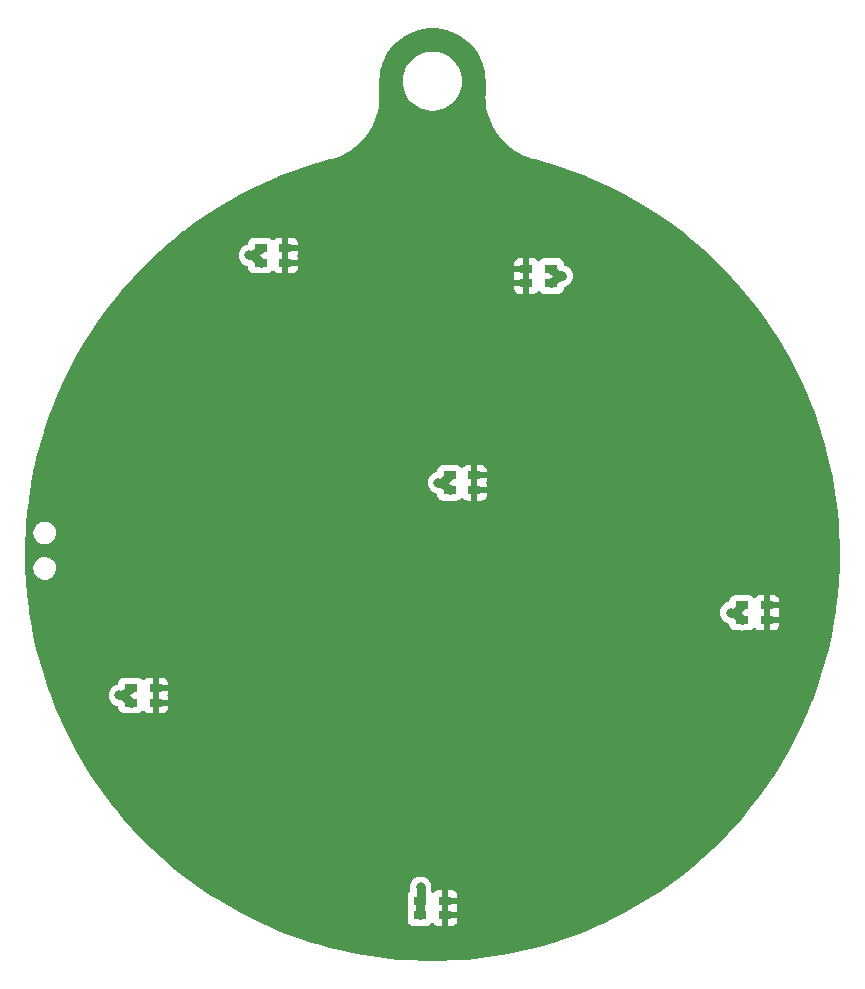
<source format=gbr>
%TF.GenerationSoftware,KiCad,Pcbnew,(6.0.7)*%
%TF.CreationDate,2022-08-24T17:41:01+02:00*%
%TF.ProjectId,TVZ_kuglica,54565a5f-6b75-4676-9c69-63612e6b6963,rev?*%
%TF.SameCoordinates,Original*%
%TF.FileFunction,Copper,L1,Top*%
%TF.FilePolarity,Positive*%
%FSLAX46Y46*%
G04 Gerber Fmt 4.6, Leading zero omitted, Abs format (unit mm)*
G04 Created by KiCad (PCBNEW (6.0.7)) date 2022-08-24 17:41:01*
%MOMM*%
%LPD*%
G01*
G04 APERTURE LIST*
%TA.AperFunction,SMDPad,CuDef*%
%ADD10R,1.100000X0.750000*%
%TD*%
%TA.AperFunction,ViaPad*%
%ADD11C,0.800000*%
%TD*%
%TA.AperFunction,Conductor*%
%ADD12C,0.762000*%
%TD*%
G04 APERTURE END LIST*
D10*
%TO.P,D3,1,K*%
%TO.N,Net-(D3-Pad1)*%
X147050000Y-77125000D03*
X147050000Y-75875000D03*
%TO.P,D3,2,A*%
%TO.N,GND*%
X144950000Y-75875000D03*
X144950000Y-77125000D03*
%TD*%
%TO.P,D5,1,K*%
%TO.N,Net-(D5-Pad1)*%
X111450000Y-111375000D03*
X111450000Y-112625000D03*
%TO.P,D5,2,A*%
%TO.N,GND*%
X113550000Y-111375000D03*
X113550000Y-112625000D03*
%TD*%
%TO.P,D8,1,K*%
%TO.N,Net-(D8-Pad1)*%
X163200000Y-105625000D03*
X163200000Y-104375000D03*
%TO.P,D8,2,A*%
%TO.N,GND*%
X165300000Y-104375000D03*
X165300000Y-105625000D03*
%TD*%
%TO.P,D2,1,K*%
%TO.N,Net-(D2-Pad1)*%
X122450000Y-75375000D03*
X122450000Y-74125000D03*
%TO.P,D2,2,A*%
%TO.N,GND*%
X124550000Y-74125000D03*
X124550000Y-75375000D03*
%TD*%
%TO.P,D7,1,K*%
%TO.N,Net-(D7-Pad1)*%
X135950000Y-129375000D03*
X135950000Y-130625000D03*
%TO.P,D7,2,A*%
%TO.N,GND*%
X138050000Y-130625000D03*
X138050000Y-129375000D03*
%TD*%
%TO.P,D11,1,K*%
%TO.N,Net-(D11-Pad1)*%
X138450000Y-93375000D03*
X138450000Y-94625000D03*
%TO.P,D11,2,A*%
%TO.N,GND*%
X140550000Y-94625000D03*
X140550000Y-93375000D03*
%TD*%
D11*
%TO.N,GND*%
X156750000Y-90750000D03*
X151500000Y-129750000D03*
X131000000Y-78500000D03*
X161250000Y-114250000D03*
X128750000Y-102750000D03*
X121750000Y-129000000D03*
X115000000Y-117000000D03*
X114250000Y-94500000D03*
%TO.N,Net-(D2-Pad1)*%
X121500000Y-74750000D03*
%TO.N,Net-(D3-Pad1)*%
X148000000Y-76500000D03*
%TO.N,Net-(D5-Pad1)*%
X110500000Y-112000000D03*
%TO.N,Net-(D7-Pad1)*%
X136000000Y-128250000D03*
%TO.N,Net-(D8-Pad1)*%
X162250000Y-105000000D03*
%TO.N,Net-(D11-Pad1)*%
X137500000Y-94000000D03*
%TD*%
D12*
%TO.N,Net-(D2-Pad1)*%
X121825000Y-74750000D02*
X122450000Y-74125000D01*
X121500000Y-74750000D02*
X121825000Y-74750000D01*
X121825000Y-74750000D02*
X122450000Y-75375000D01*
%TO.N,Net-(D3-Pad1)*%
X147675000Y-76500000D02*
X147050000Y-77125000D01*
X147675000Y-76500000D02*
X147050000Y-75875000D01*
X148000000Y-76500000D02*
X147675000Y-76500000D01*
%TO.N,Net-(D5-Pad1)*%
X110825000Y-112000000D02*
X111450000Y-112625000D01*
X110825000Y-112000000D02*
X111450000Y-111375000D01*
X110500000Y-112000000D02*
X110825000Y-112000000D01*
%TO.N,Net-(D7-Pad1)*%
X135950000Y-130625000D02*
X135950000Y-129375000D01*
X136000000Y-129325000D02*
X135950000Y-129375000D01*
X136000000Y-128250000D02*
X136000000Y-129325000D01*
%TO.N,Net-(D8-Pad1)*%
X162250000Y-105000000D02*
X162575000Y-105000000D01*
X162575000Y-105000000D02*
X163200000Y-105625000D01*
X162575000Y-105000000D02*
X163200000Y-104375000D01*
%TO.N,Net-(D11-Pad1)*%
X137825000Y-94000000D02*
X138450000Y-93375000D01*
X137500000Y-94000000D02*
X137825000Y-94000000D01*
X137825000Y-94000000D02*
X138450000Y-94625000D01*
%TD*%
%TA.AperFunction,Conductor*%
%TO.N,GND*%
G36*
X137408605Y-55527391D02*
G01*
X137420194Y-55528465D01*
X137819547Y-55584172D01*
X137830987Y-55586311D01*
X138223496Y-55678628D01*
X138234672Y-55681808D01*
X138425837Y-55745881D01*
X138616993Y-55809950D01*
X138627845Y-55814154D01*
X138996709Y-55977023D01*
X139007127Y-55982211D01*
X139359375Y-56178412D01*
X139369270Y-56184538D01*
X139701933Y-56412418D01*
X139711220Y-56419432D01*
X139945189Y-56613716D01*
X140021423Y-56677020D01*
X140030024Y-56684861D01*
X140315139Y-56969976D01*
X140322980Y-56978577D01*
X140580568Y-57288780D01*
X140587582Y-57298067D01*
X140815462Y-57630730D01*
X140821588Y-57640625D01*
X141017789Y-57992873D01*
X141022977Y-58003291D01*
X141185846Y-58372155D01*
X141190050Y-58383007D01*
X141254120Y-58574163D01*
X141315635Y-58757698D01*
X141318189Y-58765319D01*
X141321372Y-58776504D01*
X141352578Y-58909186D01*
X141413689Y-59169013D01*
X141415828Y-59180453D01*
X141471535Y-59579806D01*
X141472609Y-59591395D01*
X141489502Y-59956785D01*
X141488136Y-59981989D01*
X141487690Y-59984850D01*
X141487690Y-59984856D01*
X141486309Y-59993724D01*
X141487473Y-60002626D01*
X141487473Y-60002628D01*
X141490436Y-60025283D01*
X141491500Y-60041621D01*
X141491500Y-61216915D01*
X141489754Y-61237818D01*
X141486424Y-61257612D01*
X141486271Y-61270164D01*
X141486961Y-61274985D01*
X141487030Y-61276038D01*
X141487188Y-61279014D01*
X141505518Y-61723840D01*
X141561483Y-62174439D01*
X141654337Y-62618905D01*
X141655071Y-62621378D01*
X141655071Y-62621380D01*
X141712976Y-62816609D01*
X141783451Y-63054222D01*
X141947949Y-63477438D01*
X141949083Y-63479767D01*
X141949086Y-63479774D01*
X142145580Y-63883352D01*
X142145586Y-63883363D01*
X142146715Y-63885682D01*
X142148037Y-63887911D01*
X142148038Y-63887912D01*
X142207489Y-63988115D01*
X142378402Y-64276186D01*
X142379910Y-64278308D01*
X142379912Y-64278311D01*
X142511499Y-64463465D01*
X142641437Y-64646300D01*
X142643117Y-64648294D01*
X142643122Y-64648300D01*
X142932368Y-64991534D01*
X142934036Y-64993513D01*
X143254215Y-65315471D01*
X143599802Y-65609990D01*
X143601907Y-65611503D01*
X143601910Y-65611506D01*
X143607538Y-65615553D01*
X143968453Y-65875072D01*
X144357667Y-66108918D01*
X144764803Y-66309944D01*
X144767213Y-66310896D01*
X144767224Y-66310901D01*
X145130537Y-66454436D01*
X145187102Y-66476784D01*
X145531227Y-66580929D01*
X145596725Y-66600751D01*
X145602497Y-66602651D01*
X145605009Y-66603546D01*
X145609452Y-66605526D01*
X145615259Y-66607101D01*
X145615500Y-66607205D01*
X145615761Y-66607237D01*
X145621567Y-66608812D01*
X145626406Y-66609349D01*
X145626408Y-66609349D01*
X145644381Y-66611342D01*
X145664049Y-66615125D01*
X146744092Y-66913541D01*
X146748176Y-66914744D01*
X147856250Y-67261599D01*
X147860291Y-67262939D01*
X148956035Y-67647035D01*
X148960028Y-67648511D01*
X150042158Y-68069400D01*
X150046080Y-68071002D01*
X151113393Y-68528215D01*
X151117263Y-68529951D01*
X151117277Y-68529957D01*
X152168510Y-69022954D01*
X152172333Y-69024826D01*
X153206335Y-69553066D01*
X153210093Y-69555067D01*
X154225629Y-70117919D01*
X154229317Y-70120045D01*
X155225275Y-70716892D01*
X155228890Y-70719142D01*
X156204111Y-71349290D01*
X156207647Y-71351660D01*
X156440158Y-71513288D01*
X157161046Y-72014409D01*
X157164481Y-72016884D01*
X157864400Y-72539362D01*
X158094942Y-72711458D01*
X158098310Y-72714062D01*
X159004760Y-73439660D01*
X159008039Y-73442376D01*
X159779241Y-74103672D01*
X159889465Y-74198188D01*
X159892649Y-74201013D01*
X160748050Y-74986179D01*
X160751137Y-74989111D01*
X160964384Y-75198555D01*
X161483978Y-75708882D01*
X161579491Y-75802692D01*
X161582471Y-75805719D01*
X161626950Y-75852460D01*
X162382905Y-76646859D01*
X162385787Y-76649992D01*
X162859517Y-77182749D01*
X163050133Y-77397115D01*
X163157320Y-77517658D01*
X163160089Y-77520879D01*
X163901920Y-78414175D01*
X163904558Y-78417464D01*
X163971017Y-78503229D01*
X164615757Y-79335271D01*
X164618307Y-79338679D01*
X165298090Y-80279981D01*
X165300524Y-80283474D01*
X165404335Y-80437961D01*
X165948137Y-81247227D01*
X165950433Y-81250772D01*
X166067638Y-81438601D01*
X166565119Y-82235854D01*
X166567302Y-82239489D01*
X166694724Y-82459941D01*
X167148338Y-83244738D01*
X167150398Y-83248445D01*
X167634049Y-84154543D01*
X167697160Y-84272779D01*
X167699101Y-84276568D01*
X168210932Y-85318761D01*
X168212744Y-85322613D01*
X168689082Y-86381515D01*
X168690763Y-86385426D01*
X169131072Y-87459850D01*
X169132600Y-87463768D01*
X169270858Y-87836561D01*
X169536347Y-88552413D01*
X169537756Y-88556418D01*
X169671265Y-88957472D01*
X169904504Y-89658110D01*
X169905780Y-89662172D01*
X170235092Y-90775589D01*
X170236230Y-90779691D01*
X170527739Y-91903595D01*
X170528738Y-91907733D01*
X170671514Y-92546233D01*
X170762982Y-92955283D01*
X170782114Y-93040844D01*
X170782970Y-93045002D01*
X170798952Y-93129834D01*
X170997929Y-94186060D01*
X170998646Y-94190256D01*
X171174930Y-95337893D01*
X171175505Y-95342111D01*
X171312917Y-96495028D01*
X171313348Y-96499244D01*
X171400213Y-97520678D01*
X171411739Y-97656210D01*
X171412027Y-97660442D01*
X171459601Y-98591556D01*
X171471276Y-98820056D01*
X171471421Y-98824306D01*
X171472889Y-98909366D01*
X171491461Y-99985214D01*
X171491463Y-99989471D01*
X171472273Y-101150419D01*
X171472131Y-101154674D01*
X171413733Y-102314314D01*
X171413447Y-102318562D01*
X171315907Y-103475582D01*
X171315478Y-103479803D01*
X171179365Y-104629000D01*
X171178911Y-104632831D01*
X171178340Y-104637041D01*
X171143097Y-104867606D01*
X171002896Y-105784820D01*
X171002182Y-105789016D01*
X170788063Y-106930214D01*
X170787207Y-106934385D01*
X170534663Y-108067681D01*
X170533667Y-108071820D01*
X170242982Y-109195937D01*
X170241847Y-109200040D01*
X169913348Y-110313707D01*
X169912075Y-110317769D01*
X169546142Y-111419710D01*
X169544735Y-111423717D01*
X169194207Y-112371000D01*
X169141793Y-112512645D01*
X169140259Y-112516586D01*
X168981116Y-112905734D01*
X168700737Y-113591334D01*
X168699059Y-113595247D01*
X168223497Y-114654498D01*
X168221688Y-114658351D01*
X167710626Y-115700907D01*
X167708688Y-115704698D01*
X167162679Y-116729432D01*
X167160614Y-116733154D01*
X166580311Y-117738836D01*
X166578121Y-117742487D01*
X165964175Y-118727992D01*
X165961868Y-118731560D01*
X165660512Y-119180738D01*
X165314981Y-119695759D01*
X165312550Y-119699254D01*
X164633443Y-120641074D01*
X164630895Y-120644484D01*
X163920382Y-121562796D01*
X163917720Y-121566119D01*
X163176577Y-122459918D01*
X163173807Y-122463145D01*
X162402906Y-123331383D01*
X162400046Y-123334497D01*
X161733865Y-124035585D01*
X161600218Y-124176235D01*
X161597234Y-124179271D01*
X160769446Y-124993490D01*
X160766370Y-124996415D01*
X159911549Y-125782204D01*
X159908404Y-125784999D01*
X159027512Y-126541473D01*
X159027496Y-126541487D01*
X159024220Y-126544205D01*
X158118321Y-127270453D01*
X158114956Y-127273060D01*
X157184980Y-127968335D01*
X157181546Y-127970812D01*
X156228642Y-128634253D01*
X156225140Y-128636604D01*
X155504681Y-129102885D01*
X155250356Y-129267484D01*
X155246744Y-129269736D01*
X154251220Y-129867315D01*
X154247533Y-129869444D01*
X153232422Y-130433034D01*
X153228666Y-130435038D01*
X152195037Y-130964043D01*
X152191231Y-130965910D01*
X151611517Y-131238297D01*
X151140345Y-131459684D01*
X151136462Y-131461429D01*
X150069504Y-131919417D01*
X150065564Y-131921030D01*
X148983744Y-132342711D01*
X148979752Y-132344190D01*
X148398863Y-132548291D01*
X147884270Y-132729097D01*
X147880274Y-132730426D01*
X147256645Y-132926139D01*
X146772432Y-133078099D01*
X146768350Y-133079305D01*
X146714535Y-133094217D01*
X145649367Y-133389363D01*
X145645301Y-133390416D01*
X144516509Y-133662490D01*
X144512388Y-133663410D01*
X143375016Y-133897202D01*
X143370846Y-133897986D01*
X142226287Y-134093211D01*
X142222078Y-134093856D01*
X141071549Y-134250307D01*
X141067322Y-134250809D01*
X139912186Y-134368303D01*
X139907944Y-134368662D01*
X139704373Y-134382440D01*
X138749483Y-134447067D01*
X138745280Y-134447281D01*
X137681736Y-134483230D01*
X137584810Y-134486506D01*
X137580554Y-134486578D01*
X136419449Y-134486578D01*
X136415193Y-134486506D01*
X136318134Y-134483225D01*
X135254722Y-134447281D01*
X135250519Y-134447067D01*
X134295629Y-134382440D01*
X134092058Y-134368662D01*
X134087816Y-134368303D01*
X132932680Y-134250810D01*
X132928452Y-134250308D01*
X131777924Y-134093856D01*
X131773716Y-134093211D01*
X131142176Y-133985490D01*
X130629157Y-133897986D01*
X130624986Y-133897202D01*
X129487614Y-133663410D01*
X129483493Y-133662490D01*
X128354701Y-133390416D01*
X128350635Y-133389364D01*
X127231652Y-133079306D01*
X127227570Y-133078100D01*
X126743355Y-132926139D01*
X126119728Y-132730426D01*
X126115732Y-132729097D01*
X125601139Y-132548291D01*
X125020250Y-132344190D01*
X125016258Y-132342711D01*
X123934438Y-131921031D01*
X123930498Y-131919418D01*
X122863540Y-131461430D01*
X122859657Y-131459685D01*
X122522879Y-131301445D01*
X121983764Y-131048134D01*
X134891500Y-131048134D01*
X134898255Y-131110316D01*
X134949385Y-131246705D01*
X135036739Y-131363261D01*
X135153295Y-131450615D01*
X135289684Y-131501745D01*
X135351866Y-131508500D01*
X135815037Y-131508500D01*
X135841234Y-131511253D01*
X135850053Y-131513128D01*
X135850057Y-131513128D01*
X135856510Y-131514500D01*
X136043490Y-131514500D01*
X136049943Y-131513128D01*
X136049947Y-131513128D01*
X136058766Y-131511253D01*
X136084963Y-131508500D01*
X136548134Y-131508500D01*
X136610316Y-131501745D01*
X136746705Y-131450615D01*
X136863261Y-131363261D01*
X136899487Y-131314925D01*
X136956345Y-131272411D01*
X137027164Y-131267385D01*
X137089457Y-131301445D01*
X137101138Y-131314925D01*
X137131717Y-131355726D01*
X137144276Y-131368285D01*
X137246351Y-131444786D01*
X137261946Y-131453324D01*
X137382394Y-131498478D01*
X137397649Y-131502105D01*
X137448514Y-131507631D01*
X137455328Y-131508000D01*
X137777885Y-131508000D01*
X137793124Y-131503525D01*
X137794329Y-131502135D01*
X137796000Y-131494452D01*
X137796000Y-131489884D01*
X138304000Y-131489884D01*
X138308475Y-131505123D01*
X138309865Y-131506328D01*
X138317548Y-131507999D01*
X138644669Y-131507999D01*
X138651490Y-131507629D01*
X138702352Y-131502105D01*
X138717604Y-131498479D01*
X138838054Y-131453324D01*
X138853649Y-131444786D01*
X138955724Y-131368285D01*
X138968285Y-131355724D01*
X139044786Y-131253649D01*
X139053324Y-131238054D01*
X139098478Y-131117606D01*
X139102105Y-131102351D01*
X139107631Y-131051486D01*
X139108000Y-131044672D01*
X139108000Y-130897115D01*
X139103525Y-130881876D01*
X139102135Y-130880671D01*
X139094452Y-130879000D01*
X138322115Y-130879000D01*
X138306876Y-130883475D01*
X138305671Y-130884865D01*
X138304000Y-130892548D01*
X138304000Y-131489884D01*
X137796000Y-131489884D01*
X137796000Y-130352885D01*
X138304000Y-130352885D01*
X138308475Y-130368124D01*
X138309865Y-130369329D01*
X138317548Y-130371000D01*
X139089884Y-130371000D01*
X139105123Y-130366525D01*
X139106328Y-130365135D01*
X139107999Y-130357452D01*
X139107999Y-130205331D01*
X139107629Y-130198510D01*
X139102105Y-130147648D01*
X139098479Y-130132396D01*
X139065427Y-130044230D01*
X139060244Y-129973422D01*
X139065427Y-129955770D01*
X139098478Y-129867606D01*
X139102105Y-129852351D01*
X139107631Y-129801486D01*
X139108000Y-129794672D01*
X139108000Y-129647115D01*
X139103525Y-129631876D01*
X139102135Y-129630671D01*
X139094452Y-129629000D01*
X138322115Y-129629000D01*
X138306876Y-129633475D01*
X138305671Y-129634865D01*
X138304000Y-129642548D01*
X138304000Y-130352885D01*
X137796000Y-130352885D01*
X137796000Y-129102885D01*
X138304000Y-129102885D01*
X138308475Y-129118124D01*
X138309865Y-129119329D01*
X138317548Y-129121000D01*
X139089884Y-129121000D01*
X139105123Y-129116525D01*
X139106328Y-129115135D01*
X139107999Y-129107452D01*
X139107999Y-128955331D01*
X139107629Y-128948510D01*
X139102105Y-128897648D01*
X139098479Y-128882396D01*
X139053324Y-128761946D01*
X139044786Y-128746351D01*
X138968285Y-128644276D01*
X138955724Y-128631715D01*
X138853649Y-128555214D01*
X138838054Y-128546676D01*
X138717606Y-128501522D01*
X138702351Y-128497895D01*
X138651486Y-128492369D01*
X138644672Y-128492000D01*
X138322115Y-128492000D01*
X138306876Y-128496475D01*
X138305671Y-128497865D01*
X138304000Y-128505548D01*
X138304000Y-129102885D01*
X137796000Y-129102885D01*
X137796000Y-128510116D01*
X137791525Y-128494877D01*
X137790135Y-128493672D01*
X137782452Y-128492001D01*
X137455331Y-128492001D01*
X137448510Y-128492371D01*
X137397648Y-128497895D01*
X137382396Y-128501521D01*
X137261946Y-128546676D01*
X137246351Y-128555214D01*
X137144276Y-128631715D01*
X137131717Y-128644274D01*
X137116326Y-128664810D01*
X137059466Y-128707324D01*
X136988648Y-128712349D01*
X136926354Y-128678289D01*
X136892364Y-128615958D01*
X136889500Y-128589244D01*
X136889500Y-128468867D01*
X136892064Y-128444477D01*
X136893542Y-128439928D01*
X136913504Y-128250000D01*
X136893542Y-128060072D01*
X136834527Y-127878444D01*
X136739040Y-127713056D01*
X136611253Y-127571134D01*
X136456752Y-127458882D01*
X136450724Y-127456198D01*
X136450722Y-127456197D01*
X136288319Y-127383891D01*
X136288318Y-127383891D01*
X136282288Y-127381206D01*
X136188888Y-127361353D01*
X136101944Y-127342872D01*
X136101939Y-127342872D01*
X136095487Y-127341500D01*
X135904513Y-127341500D01*
X135898061Y-127342872D01*
X135898056Y-127342872D01*
X135811112Y-127361353D01*
X135717712Y-127381206D01*
X135711682Y-127383891D01*
X135711681Y-127383891D01*
X135549278Y-127456197D01*
X135549276Y-127456198D01*
X135543248Y-127458882D01*
X135388747Y-127571134D01*
X135260960Y-127713056D01*
X135165473Y-127878444D01*
X135106458Y-128060072D01*
X135086496Y-128250000D01*
X135106458Y-128439928D01*
X135107936Y-128444477D01*
X135110500Y-128468867D01*
X135110500Y-128518431D01*
X135090498Y-128586552D01*
X135060065Y-128619257D01*
X135036739Y-128636739D01*
X134949385Y-128753295D01*
X134898255Y-128889684D01*
X134891500Y-128951866D01*
X134891500Y-129798134D01*
X134898255Y-129860316D01*
X134901027Y-129867712D01*
X134901029Y-129867718D01*
X134934039Y-129955771D01*
X134939222Y-130026578D01*
X134934039Y-130044229D01*
X134901029Y-130132282D01*
X134901027Y-130132288D01*
X134898255Y-130139684D01*
X134891500Y-130201866D01*
X134891500Y-131048134D01*
X121983764Y-131048134D01*
X121808771Y-130965911D01*
X121804976Y-130964049D01*
X120771334Y-130435038D01*
X120767580Y-130433035D01*
X119752469Y-129869445D01*
X119748782Y-129867316D01*
X118753258Y-129269737D01*
X118749646Y-129267485D01*
X118255591Y-128947733D01*
X117774862Y-128636605D01*
X117771360Y-128634254D01*
X116818456Y-127970813D01*
X116815013Y-127968329D01*
X115885066Y-127273075D01*
X115881700Y-127270469D01*
X115225941Y-126744756D01*
X114975741Y-126544174D01*
X114972504Y-126541487D01*
X114091598Y-125785000D01*
X114088453Y-125782204D01*
X113233632Y-124996417D01*
X113230556Y-124993492D01*
X112402767Y-124179273D01*
X112399783Y-124176237D01*
X112266136Y-124035587D01*
X111599955Y-123334499D01*
X111597111Y-123331403D01*
X110826206Y-122463161D01*
X110823438Y-122459937D01*
X110082267Y-121566102D01*
X110079606Y-121562779D01*
X110076534Y-121558809D01*
X109369087Y-120644460D01*
X109366577Y-120641101D01*
X108687451Y-119699256D01*
X108685020Y-119695761D01*
X108038139Y-118731569D01*
X108035827Y-118727994D01*
X107421880Y-117742489D01*
X107419690Y-117738838D01*
X106839387Y-116733156D01*
X106837322Y-116729434D01*
X106291313Y-115704700D01*
X106289375Y-115700909D01*
X105778313Y-114658353D01*
X105776504Y-114654500D01*
X105300942Y-113595249D01*
X105299264Y-113591336D01*
X105075722Y-113044717D01*
X104859742Y-112516588D01*
X104858208Y-112512647D01*
X104858208Y-112512645D01*
X104668511Y-112000000D01*
X109586496Y-112000000D01*
X109606458Y-112189928D01*
X109665473Y-112371556D01*
X109760960Y-112536944D01*
X109888747Y-112678866D01*
X110043248Y-112791118D01*
X110049276Y-112793802D01*
X110049278Y-112793803D01*
X110211681Y-112866109D01*
X110217712Y-112868794D01*
X110291697Y-112884520D01*
X110354170Y-112918248D01*
X110388492Y-112980398D01*
X110391500Y-113007767D01*
X110391500Y-113048134D01*
X110398255Y-113110316D01*
X110449385Y-113246705D01*
X110536739Y-113363261D01*
X110653295Y-113450615D01*
X110789684Y-113501745D01*
X110851866Y-113508500D01*
X111308928Y-113508500D01*
X111315522Y-113508673D01*
X111490217Y-113517829D01*
X111490222Y-113517829D01*
X111496809Y-113518174D01*
X111503324Y-113517142D01*
X111503326Y-113517142D01*
X111548095Y-113510051D01*
X111567806Y-113508500D01*
X112048134Y-113508500D01*
X112110316Y-113501745D01*
X112246705Y-113450615D01*
X112363261Y-113363261D01*
X112399487Y-113314925D01*
X112456345Y-113272411D01*
X112527164Y-113267385D01*
X112589457Y-113301445D01*
X112601138Y-113314925D01*
X112631717Y-113355726D01*
X112644276Y-113368285D01*
X112746351Y-113444786D01*
X112761946Y-113453324D01*
X112882394Y-113498478D01*
X112897649Y-113502105D01*
X112948514Y-113507631D01*
X112955328Y-113508000D01*
X113277885Y-113508000D01*
X113293124Y-113503525D01*
X113294329Y-113502135D01*
X113296000Y-113494452D01*
X113296000Y-113489884D01*
X113804000Y-113489884D01*
X113808475Y-113505123D01*
X113809865Y-113506328D01*
X113817548Y-113507999D01*
X114144669Y-113507999D01*
X114151490Y-113507629D01*
X114202352Y-113502105D01*
X114217604Y-113498479D01*
X114338054Y-113453324D01*
X114353649Y-113444786D01*
X114455724Y-113368285D01*
X114468285Y-113355724D01*
X114544786Y-113253649D01*
X114553324Y-113238054D01*
X114598478Y-113117606D01*
X114602105Y-113102351D01*
X114607631Y-113051486D01*
X114608000Y-113044672D01*
X114608000Y-112897115D01*
X114603525Y-112881876D01*
X114602135Y-112880671D01*
X114594452Y-112879000D01*
X113822115Y-112879000D01*
X113806876Y-112883475D01*
X113805671Y-112884865D01*
X113804000Y-112892548D01*
X113804000Y-113489884D01*
X113296000Y-113489884D01*
X113296000Y-112352885D01*
X113804000Y-112352885D01*
X113808475Y-112368124D01*
X113809865Y-112369329D01*
X113817548Y-112371000D01*
X114589884Y-112371000D01*
X114605123Y-112366525D01*
X114606328Y-112365135D01*
X114607999Y-112357452D01*
X114607999Y-112205331D01*
X114607629Y-112198510D01*
X114602105Y-112147648D01*
X114598479Y-112132396D01*
X114565427Y-112044230D01*
X114560244Y-111973422D01*
X114565427Y-111955770D01*
X114598478Y-111867606D01*
X114602105Y-111852351D01*
X114607631Y-111801486D01*
X114608000Y-111794672D01*
X114608000Y-111647115D01*
X114603525Y-111631876D01*
X114602135Y-111630671D01*
X114594452Y-111629000D01*
X113822115Y-111629000D01*
X113806876Y-111633475D01*
X113805671Y-111634865D01*
X113804000Y-111642548D01*
X113804000Y-112352885D01*
X113296000Y-112352885D01*
X113296000Y-111102885D01*
X113804000Y-111102885D01*
X113808475Y-111118124D01*
X113809865Y-111119329D01*
X113817548Y-111121000D01*
X114589884Y-111121000D01*
X114605123Y-111116525D01*
X114606328Y-111115135D01*
X114607999Y-111107452D01*
X114607999Y-110955331D01*
X114607629Y-110948510D01*
X114602105Y-110897648D01*
X114598479Y-110882396D01*
X114553324Y-110761946D01*
X114544786Y-110746351D01*
X114468285Y-110644276D01*
X114455724Y-110631715D01*
X114353649Y-110555214D01*
X114338054Y-110546676D01*
X114217606Y-110501522D01*
X114202351Y-110497895D01*
X114151486Y-110492369D01*
X114144672Y-110492000D01*
X113822115Y-110492000D01*
X113806876Y-110496475D01*
X113805671Y-110497865D01*
X113804000Y-110505548D01*
X113804000Y-111102885D01*
X113296000Y-111102885D01*
X113296000Y-110510116D01*
X113291525Y-110494877D01*
X113290135Y-110493672D01*
X113282452Y-110492001D01*
X112955331Y-110492001D01*
X112948510Y-110492371D01*
X112897648Y-110497895D01*
X112882396Y-110501521D01*
X112761946Y-110546676D01*
X112746351Y-110555214D01*
X112644276Y-110631715D01*
X112631717Y-110644274D01*
X112601138Y-110685075D01*
X112544278Y-110727589D01*
X112473460Y-110732614D01*
X112411166Y-110698554D01*
X112399486Y-110685074D01*
X112368642Y-110643919D01*
X112363261Y-110636739D01*
X112246705Y-110549385D01*
X112110316Y-110498255D01*
X112048134Y-110491500D01*
X111567806Y-110491500D01*
X111548095Y-110489949D01*
X111503326Y-110482858D01*
X111503324Y-110482858D01*
X111496809Y-110481826D01*
X111490222Y-110482171D01*
X111490217Y-110482171D01*
X111315522Y-110491327D01*
X111308928Y-110491500D01*
X110851866Y-110491500D01*
X110789684Y-110498255D01*
X110653295Y-110549385D01*
X110536739Y-110636739D01*
X110449385Y-110753295D01*
X110398255Y-110889684D01*
X110391500Y-110951866D01*
X110391500Y-110992233D01*
X110371498Y-111060354D01*
X110317842Y-111106847D01*
X110291698Y-111115480D01*
X110217712Y-111131206D01*
X110211682Y-111133891D01*
X110211681Y-111133891D01*
X110049278Y-111206197D01*
X110049276Y-111206198D01*
X110043248Y-111208882D01*
X109888747Y-111321134D01*
X109884326Y-111326044D01*
X109884325Y-111326045D01*
X109798174Y-111421726D01*
X109760960Y-111463056D01*
X109665473Y-111628444D01*
X109606458Y-111810072D01*
X109586496Y-112000000D01*
X104668511Y-112000000D01*
X104455266Y-111423719D01*
X104453859Y-111419712D01*
X104453859Y-111419710D01*
X104280455Y-110897540D01*
X104087925Y-110317771D01*
X104086652Y-110313709D01*
X103758154Y-109200042D01*
X103757019Y-109195939D01*
X103466334Y-108071822D01*
X103465338Y-108067683D01*
X103212793Y-106934387D01*
X103211937Y-106930216D01*
X102997818Y-105789018D01*
X102997104Y-105784822D01*
X102877140Y-105000000D01*
X161336496Y-105000000D01*
X161356458Y-105189928D01*
X161415473Y-105371556D01*
X161510960Y-105536944D01*
X161638747Y-105678866D01*
X161737843Y-105750864D01*
X161787484Y-105786930D01*
X161793248Y-105791118D01*
X161799276Y-105793802D01*
X161799278Y-105793803D01*
X161961681Y-105866109D01*
X161967712Y-105868794D01*
X162041697Y-105884520D01*
X162104170Y-105918248D01*
X162138492Y-105980398D01*
X162141500Y-106007767D01*
X162141500Y-106048134D01*
X162148255Y-106110316D01*
X162199385Y-106246705D01*
X162286739Y-106363261D01*
X162403295Y-106450615D01*
X162539684Y-106501745D01*
X162601866Y-106508500D01*
X163058928Y-106508500D01*
X163065522Y-106508673D01*
X163240217Y-106517829D01*
X163240222Y-106517829D01*
X163246809Y-106518174D01*
X163253324Y-106517142D01*
X163253326Y-106517142D01*
X163298095Y-106510051D01*
X163317806Y-106508500D01*
X163798134Y-106508500D01*
X163860316Y-106501745D01*
X163996705Y-106450615D01*
X164113261Y-106363261D01*
X164149487Y-106314925D01*
X164206345Y-106272411D01*
X164277164Y-106267385D01*
X164339457Y-106301445D01*
X164351138Y-106314925D01*
X164381717Y-106355726D01*
X164394276Y-106368285D01*
X164496351Y-106444786D01*
X164511946Y-106453324D01*
X164632394Y-106498478D01*
X164647649Y-106502105D01*
X164698514Y-106507631D01*
X164705328Y-106508000D01*
X165027885Y-106508000D01*
X165043124Y-106503525D01*
X165044329Y-106502135D01*
X165046000Y-106494452D01*
X165046000Y-106489884D01*
X165554000Y-106489884D01*
X165558475Y-106505123D01*
X165559865Y-106506328D01*
X165567548Y-106507999D01*
X165894669Y-106507999D01*
X165901490Y-106507629D01*
X165952352Y-106502105D01*
X165967604Y-106498479D01*
X166088054Y-106453324D01*
X166103649Y-106444786D01*
X166205724Y-106368285D01*
X166218285Y-106355724D01*
X166294786Y-106253649D01*
X166303324Y-106238054D01*
X166348478Y-106117606D01*
X166352105Y-106102351D01*
X166357631Y-106051486D01*
X166358000Y-106044672D01*
X166358000Y-105897115D01*
X166353525Y-105881876D01*
X166352135Y-105880671D01*
X166344452Y-105879000D01*
X165572115Y-105879000D01*
X165556876Y-105883475D01*
X165555671Y-105884865D01*
X165554000Y-105892548D01*
X165554000Y-106489884D01*
X165046000Y-106489884D01*
X165046000Y-105352885D01*
X165554000Y-105352885D01*
X165558475Y-105368124D01*
X165559865Y-105369329D01*
X165567548Y-105371000D01*
X166339884Y-105371000D01*
X166355123Y-105366525D01*
X166356328Y-105365135D01*
X166357999Y-105357452D01*
X166357999Y-105205331D01*
X166357629Y-105198510D01*
X166352105Y-105147648D01*
X166348479Y-105132396D01*
X166315427Y-105044230D01*
X166310244Y-104973422D01*
X166315427Y-104955770D01*
X166348478Y-104867606D01*
X166352105Y-104852351D01*
X166357631Y-104801486D01*
X166358000Y-104794672D01*
X166358000Y-104647115D01*
X166353525Y-104631876D01*
X166352135Y-104630671D01*
X166344452Y-104629000D01*
X165572115Y-104629000D01*
X165556876Y-104633475D01*
X165555671Y-104634865D01*
X165554000Y-104642548D01*
X165554000Y-105352885D01*
X165046000Y-105352885D01*
X165046000Y-104102885D01*
X165554000Y-104102885D01*
X165558475Y-104118124D01*
X165559865Y-104119329D01*
X165567548Y-104121000D01*
X166339884Y-104121000D01*
X166355123Y-104116525D01*
X166356328Y-104115135D01*
X166357999Y-104107452D01*
X166357999Y-103955331D01*
X166357629Y-103948510D01*
X166352105Y-103897648D01*
X166348479Y-103882396D01*
X166303324Y-103761946D01*
X166294786Y-103746351D01*
X166218285Y-103644276D01*
X166205724Y-103631715D01*
X166103649Y-103555214D01*
X166088054Y-103546676D01*
X165967606Y-103501522D01*
X165952351Y-103497895D01*
X165901486Y-103492369D01*
X165894672Y-103492000D01*
X165572115Y-103492000D01*
X165556876Y-103496475D01*
X165555671Y-103497865D01*
X165554000Y-103505548D01*
X165554000Y-104102885D01*
X165046000Y-104102885D01*
X165046000Y-103510116D01*
X165041525Y-103494877D01*
X165040135Y-103493672D01*
X165032452Y-103492001D01*
X164705331Y-103492001D01*
X164698510Y-103492371D01*
X164647648Y-103497895D01*
X164632396Y-103501521D01*
X164511946Y-103546676D01*
X164496351Y-103555214D01*
X164394276Y-103631715D01*
X164381717Y-103644274D01*
X164351138Y-103685075D01*
X164294278Y-103727589D01*
X164223460Y-103732614D01*
X164161166Y-103698554D01*
X164149486Y-103685074D01*
X164118642Y-103643919D01*
X164113261Y-103636739D01*
X163996705Y-103549385D01*
X163860316Y-103498255D01*
X163798134Y-103491500D01*
X163317806Y-103491500D01*
X163298095Y-103489949D01*
X163253326Y-103482858D01*
X163253324Y-103482858D01*
X163246809Y-103481826D01*
X163240222Y-103482171D01*
X163240217Y-103482171D01*
X163065522Y-103491327D01*
X163058928Y-103491500D01*
X162601866Y-103491500D01*
X162539684Y-103498255D01*
X162403295Y-103549385D01*
X162286739Y-103636739D01*
X162199385Y-103753295D01*
X162148255Y-103889684D01*
X162141500Y-103951866D01*
X162141500Y-103992233D01*
X162121498Y-104060354D01*
X162067842Y-104106847D01*
X162041698Y-104115480D01*
X161967712Y-104131206D01*
X161961682Y-104133891D01*
X161961681Y-104133891D01*
X161799278Y-104206197D01*
X161799276Y-104206198D01*
X161793248Y-104208882D01*
X161638747Y-104321134D01*
X161510960Y-104463056D01*
X161415473Y-104628444D01*
X161356458Y-104810072D01*
X161336496Y-105000000D01*
X102877140Y-105000000D01*
X102870379Y-104955770D01*
X102821660Y-104637043D01*
X102821089Y-104632833D01*
X102819891Y-104622721D01*
X102684522Y-103479805D01*
X102684093Y-103475584D01*
X102586553Y-102318565D01*
X102586267Y-102314317D01*
X102535039Y-101297064D01*
X103207707Y-101297064D01*
X103236825Y-101489599D01*
X103239028Y-101495585D01*
X103239029Y-101495591D01*
X103301860Y-101666360D01*
X103301862Y-101666365D01*
X103304063Y-101672346D01*
X103406674Y-101837840D01*
X103540466Y-101979322D01*
X103699975Y-102091011D01*
X103705838Y-102093548D01*
X103872825Y-102165810D01*
X103872829Y-102165811D01*
X103878684Y-102168345D01*
X103884931Y-102169650D01*
X103884934Y-102169651D01*
X104064557Y-102207176D01*
X104064562Y-102207177D01*
X104069293Y-102208165D01*
X104075685Y-102208500D01*
X104218663Y-102208500D01*
X104287951Y-102201462D01*
X104357378Y-102194410D01*
X104357379Y-102194410D01*
X104363727Y-102193765D01*
X104444843Y-102168345D01*
X104543451Y-102137444D01*
X104543456Y-102137442D01*
X104549541Y-102135535D01*
X104636475Y-102087346D01*
X104714271Y-102044223D01*
X104714274Y-102044221D01*
X104719850Y-102041130D01*
X104724691Y-102036981D01*
X104724695Y-102036978D01*
X104862855Y-101918560D01*
X104867698Y-101914409D01*
X104987046Y-101760547D01*
X105027779Y-101677768D01*
X105070200Y-101591556D01*
X105073018Y-101585829D01*
X105074628Y-101579649D01*
X105120492Y-101403575D01*
X105120492Y-101403572D01*
X105122102Y-101397393D01*
X105132293Y-101202936D01*
X105103175Y-101010401D01*
X105100972Y-101004415D01*
X105100971Y-101004409D01*
X105038140Y-100833640D01*
X105038138Y-100833635D01*
X105035937Y-100827654D01*
X104933326Y-100662160D01*
X104799534Y-100520678D01*
X104640025Y-100408989D01*
X104592013Y-100388212D01*
X104467175Y-100334190D01*
X104467171Y-100334189D01*
X104461316Y-100331655D01*
X104455069Y-100330350D01*
X104455066Y-100330349D01*
X104275443Y-100292824D01*
X104275438Y-100292823D01*
X104270707Y-100291835D01*
X104264315Y-100291500D01*
X104121337Y-100291500D01*
X104052049Y-100298538D01*
X103982622Y-100305590D01*
X103982621Y-100305590D01*
X103976273Y-100306235D01*
X103919939Y-100323889D01*
X103796549Y-100362556D01*
X103796544Y-100362558D01*
X103790459Y-100364465D01*
X103714713Y-100406452D01*
X103625729Y-100455777D01*
X103625726Y-100455779D01*
X103620150Y-100458870D01*
X103615309Y-100463019D01*
X103615305Y-100463022D01*
X103552311Y-100517015D01*
X103472302Y-100585591D01*
X103352954Y-100739453D01*
X103350138Y-100745176D01*
X103350136Y-100745179D01*
X103306608Y-100833640D01*
X103266982Y-100914171D01*
X103265373Y-100920349D01*
X103265372Y-100920351D01*
X103243477Y-101004409D01*
X103217898Y-101102607D01*
X103207707Y-101297064D01*
X102535039Y-101297064D01*
X102527869Y-101154676D01*
X102527727Y-101150421D01*
X102508537Y-99989473D01*
X102508539Y-99985216D01*
X102527111Y-98909366D01*
X102528579Y-98824308D01*
X102528724Y-98820058D01*
X102550004Y-98403575D01*
X102555446Y-98297064D01*
X103207707Y-98297064D01*
X103236825Y-98489599D01*
X103239028Y-98495585D01*
X103239029Y-98495591D01*
X103301860Y-98666360D01*
X103301862Y-98666365D01*
X103304063Y-98672346D01*
X103307425Y-98677768D01*
X103395649Y-98820058D01*
X103406674Y-98837840D01*
X103540466Y-98979322D01*
X103699975Y-99091011D01*
X103705838Y-99093548D01*
X103872825Y-99165810D01*
X103872829Y-99165811D01*
X103878684Y-99168345D01*
X103884931Y-99169650D01*
X103884934Y-99169651D01*
X104064557Y-99207176D01*
X104064562Y-99207177D01*
X104069293Y-99208165D01*
X104075685Y-99208500D01*
X104218663Y-99208500D01*
X104287951Y-99201462D01*
X104357378Y-99194410D01*
X104357379Y-99194410D01*
X104363727Y-99193765D01*
X104444843Y-99168345D01*
X104543451Y-99137444D01*
X104543456Y-99137442D01*
X104549541Y-99135535D01*
X104636475Y-99087346D01*
X104714271Y-99044223D01*
X104714274Y-99044221D01*
X104719850Y-99041130D01*
X104724691Y-99036981D01*
X104724695Y-99036978D01*
X104862855Y-98918560D01*
X104867698Y-98914409D01*
X104987046Y-98760547D01*
X105027779Y-98677768D01*
X105070200Y-98591556D01*
X105073018Y-98585829D01*
X105074628Y-98579649D01*
X105120492Y-98403575D01*
X105120492Y-98403572D01*
X105122102Y-98397393D01*
X105127694Y-98290683D01*
X105131959Y-98209317D01*
X105131959Y-98209313D01*
X105132293Y-98202936D01*
X105103175Y-98010401D01*
X105100972Y-98004415D01*
X105100971Y-98004409D01*
X105038140Y-97833640D01*
X105038138Y-97833635D01*
X105035937Y-97827654D01*
X104933326Y-97662160D01*
X104927700Y-97656210D01*
X104803919Y-97525315D01*
X104799534Y-97520678D01*
X104640025Y-97408989D01*
X104592013Y-97388212D01*
X104467175Y-97334190D01*
X104467171Y-97334189D01*
X104461316Y-97331655D01*
X104455069Y-97330350D01*
X104455066Y-97330349D01*
X104275443Y-97292824D01*
X104275438Y-97292823D01*
X104270707Y-97291835D01*
X104264315Y-97291500D01*
X104121337Y-97291500D01*
X104052049Y-97298538D01*
X103982622Y-97305590D01*
X103982621Y-97305590D01*
X103976273Y-97306235D01*
X103919939Y-97323889D01*
X103796549Y-97362556D01*
X103796544Y-97362558D01*
X103790459Y-97364465D01*
X103714713Y-97406452D01*
X103625729Y-97455777D01*
X103625726Y-97455779D01*
X103620150Y-97458870D01*
X103615309Y-97463019D01*
X103615305Y-97463022D01*
X103552311Y-97517015D01*
X103472302Y-97585591D01*
X103468391Y-97590633D01*
X103468390Y-97590634D01*
X103416503Y-97657526D01*
X103352954Y-97739453D01*
X103350138Y-97745176D01*
X103350136Y-97745179D01*
X103306608Y-97833640D01*
X103266982Y-97914171D01*
X103265373Y-97920349D01*
X103265372Y-97920351D01*
X103243477Y-98004409D01*
X103217898Y-98102607D01*
X103217564Y-98108986D01*
X103209619Y-98260589D01*
X103207707Y-98297064D01*
X102555446Y-98297064D01*
X102587973Y-97660444D01*
X102588261Y-97656212D01*
X102600099Y-97517015D01*
X102686652Y-96499246D01*
X102687083Y-96495030D01*
X102687084Y-96495028D01*
X102804708Y-95508131D01*
X102824495Y-95342113D01*
X102825070Y-95337895D01*
X103001354Y-94190258D01*
X103002071Y-94186062D01*
X103037122Y-94000000D01*
X136586496Y-94000000D01*
X136606458Y-94189928D01*
X136665473Y-94371556D01*
X136760960Y-94536944D01*
X136888747Y-94678866D01*
X137043248Y-94791118D01*
X137049276Y-94793802D01*
X137049278Y-94793803D01*
X137211681Y-94866109D01*
X137217712Y-94868794D01*
X137291697Y-94884520D01*
X137354170Y-94918248D01*
X137388492Y-94980398D01*
X137391500Y-95007767D01*
X137391500Y-95048134D01*
X137398255Y-95110316D01*
X137449385Y-95246705D01*
X137536739Y-95363261D01*
X137653295Y-95450615D01*
X137789684Y-95501745D01*
X137851866Y-95508500D01*
X138308928Y-95508500D01*
X138315522Y-95508673D01*
X138490217Y-95517829D01*
X138490222Y-95517829D01*
X138496809Y-95518174D01*
X138503324Y-95517142D01*
X138503326Y-95517142D01*
X138548095Y-95510051D01*
X138567806Y-95508500D01*
X139048134Y-95508500D01*
X139110316Y-95501745D01*
X139246705Y-95450615D01*
X139363261Y-95363261D01*
X139399487Y-95314925D01*
X139456345Y-95272411D01*
X139527164Y-95267385D01*
X139589457Y-95301445D01*
X139601138Y-95314925D01*
X139631717Y-95355726D01*
X139644276Y-95368285D01*
X139746351Y-95444786D01*
X139761946Y-95453324D01*
X139882394Y-95498478D01*
X139897649Y-95502105D01*
X139948514Y-95507631D01*
X139955328Y-95508000D01*
X140277885Y-95508000D01*
X140293124Y-95503525D01*
X140294329Y-95502135D01*
X140296000Y-95494452D01*
X140296000Y-95489884D01*
X140804000Y-95489884D01*
X140808475Y-95505123D01*
X140809865Y-95506328D01*
X140817548Y-95507999D01*
X141144669Y-95507999D01*
X141151490Y-95507629D01*
X141202352Y-95502105D01*
X141217604Y-95498479D01*
X141338054Y-95453324D01*
X141353649Y-95444786D01*
X141455724Y-95368285D01*
X141468285Y-95355724D01*
X141544786Y-95253649D01*
X141553324Y-95238054D01*
X141598478Y-95117606D01*
X141602105Y-95102351D01*
X141607631Y-95051486D01*
X141608000Y-95044672D01*
X141608000Y-94897115D01*
X141603525Y-94881876D01*
X141602135Y-94880671D01*
X141594452Y-94879000D01*
X140822115Y-94879000D01*
X140806876Y-94883475D01*
X140805671Y-94884865D01*
X140804000Y-94892548D01*
X140804000Y-95489884D01*
X140296000Y-95489884D01*
X140296000Y-94352885D01*
X140804000Y-94352885D01*
X140808475Y-94368124D01*
X140809865Y-94369329D01*
X140817548Y-94371000D01*
X141589884Y-94371000D01*
X141605123Y-94366525D01*
X141606328Y-94365135D01*
X141607999Y-94357452D01*
X141607999Y-94205331D01*
X141607629Y-94198510D01*
X141602105Y-94147648D01*
X141598479Y-94132396D01*
X141565427Y-94044230D01*
X141560244Y-93973422D01*
X141565427Y-93955770D01*
X141598478Y-93867606D01*
X141602105Y-93852351D01*
X141607631Y-93801486D01*
X141608000Y-93794672D01*
X141608000Y-93647115D01*
X141603525Y-93631876D01*
X141602135Y-93630671D01*
X141594452Y-93629000D01*
X140822115Y-93629000D01*
X140806876Y-93633475D01*
X140805671Y-93634865D01*
X140804000Y-93642548D01*
X140804000Y-94352885D01*
X140296000Y-94352885D01*
X140296000Y-93102885D01*
X140804000Y-93102885D01*
X140808475Y-93118124D01*
X140809865Y-93119329D01*
X140817548Y-93121000D01*
X141589884Y-93121000D01*
X141605123Y-93116525D01*
X141606328Y-93115135D01*
X141607999Y-93107452D01*
X141607999Y-92955331D01*
X141607629Y-92948510D01*
X141602105Y-92897648D01*
X141598479Y-92882396D01*
X141553324Y-92761946D01*
X141544786Y-92746351D01*
X141468285Y-92644276D01*
X141455724Y-92631715D01*
X141353649Y-92555214D01*
X141338054Y-92546676D01*
X141217606Y-92501522D01*
X141202351Y-92497895D01*
X141151486Y-92492369D01*
X141144672Y-92492000D01*
X140822115Y-92492000D01*
X140806876Y-92496475D01*
X140805671Y-92497865D01*
X140804000Y-92505548D01*
X140804000Y-93102885D01*
X140296000Y-93102885D01*
X140296000Y-92510116D01*
X140291525Y-92494877D01*
X140290135Y-92493672D01*
X140282452Y-92492001D01*
X139955331Y-92492001D01*
X139948510Y-92492371D01*
X139897648Y-92497895D01*
X139882396Y-92501521D01*
X139761946Y-92546676D01*
X139746351Y-92555214D01*
X139644276Y-92631715D01*
X139631717Y-92644274D01*
X139601138Y-92685075D01*
X139544278Y-92727589D01*
X139473460Y-92732614D01*
X139411166Y-92698554D01*
X139399486Y-92685074D01*
X139368642Y-92643919D01*
X139363261Y-92636739D01*
X139246705Y-92549385D01*
X139110316Y-92498255D01*
X139048134Y-92491500D01*
X138567806Y-92491500D01*
X138548095Y-92489949D01*
X138503326Y-92482858D01*
X138503324Y-92482858D01*
X138496809Y-92481826D01*
X138490222Y-92482171D01*
X138490217Y-92482171D01*
X138315522Y-92491327D01*
X138308928Y-92491500D01*
X137851866Y-92491500D01*
X137789684Y-92498255D01*
X137653295Y-92549385D01*
X137536739Y-92636739D01*
X137449385Y-92753295D01*
X137398255Y-92889684D01*
X137391500Y-92951866D01*
X137391500Y-92992233D01*
X137371498Y-93060354D01*
X137317842Y-93106847D01*
X137291698Y-93115480D01*
X137217712Y-93131206D01*
X137211682Y-93133891D01*
X137211681Y-93133891D01*
X137049278Y-93206197D01*
X137049276Y-93206198D01*
X137043248Y-93208882D01*
X136888747Y-93321134D01*
X136760960Y-93463056D01*
X136665473Y-93628444D01*
X136606458Y-93810072D01*
X136586496Y-94000000D01*
X103037122Y-94000000D01*
X103186662Y-93206197D01*
X103217029Y-93045004D01*
X103217885Y-93040846D01*
X103217886Y-93040844D01*
X103336562Y-92510116D01*
X103471261Y-91907736D01*
X103472260Y-91903598D01*
X103763770Y-90779693D01*
X103764908Y-90775591D01*
X104094219Y-89662174D01*
X104095495Y-89658112D01*
X104462240Y-88556431D01*
X104463653Y-88552415D01*
X104867394Y-87463783D01*
X104868927Y-87459852D01*
X105309237Y-86385426D01*
X105310917Y-86381517D01*
X105787255Y-85322615D01*
X105789067Y-85318763D01*
X106300898Y-84276570D01*
X106302839Y-84272781D01*
X106365950Y-84154545D01*
X106849601Y-83248447D01*
X106851661Y-83244740D01*
X107432689Y-82239505D01*
X107434881Y-82235856D01*
X108049557Y-81250788D01*
X108051871Y-81247214D01*
X108699474Y-80283476D01*
X108701908Y-80279983D01*
X109381691Y-79338681D01*
X109384241Y-79335273D01*
X109680037Y-78953546D01*
X110095441Y-78417465D01*
X110098092Y-78414160D01*
X110435277Y-78008131D01*
X110820155Y-77544669D01*
X143892001Y-77544669D01*
X143892371Y-77551490D01*
X143897895Y-77602352D01*
X143901521Y-77617604D01*
X143946676Y-77738054D01*
X143955214Y-77753649D01*
X144031715Y-77855724D01*
X144044276Y-77868285D01*
X144146351Y-77944786D01*
X144161946Y-77953324D01*
X144282394Y-77998478D01*
X144297649Y-78002105D01*
X144348514Y-78007631D01*
X144355328Y-78008000D01*
X144677885Y-78008000D01*
X144693124Y-78003525D01*
X144694329Y-78002135D01*
X144696000Y-77994452D01*
X144696000Y-77989884D01*
X145204000Y-77989884D01*
X145208475Y-78005123D01*
X145209865Y-78006328D01*
X145217548Y-78007999D01*
X145544669Y-78007999D01*
X145551490Y-78007629D01*
X145602352Y-78002105D01*
X145617604Y-77998479D01*
X145738054Y-77953324D01*
X145753649Y-77944786D01*
X145855724Y-77868285D01*
X145868283Y-77855726D01*
X145898862Y-77814925D01*
X145955722Y-77772411D01*
X146026540Y-77767386D01*
X146088834Y-77801446D01*
X146100513Y-77814925D01*
X146136739Y-77863261D01*
X146253295Y-77950615D01*
X146389684Y-78001745D01*
X146451866Y-78008500D01*
X146932193Y-78008500D01*
X146951904Y-78010051D01*
X146996673Y-78017142D01*
X146996675Y-78017142D01*
X147003190Y-78018174D01*
X147009778Y-78017829D01*
X147009782Y-78017829D01*
X147184496Y-78008673D01*
X147191090Y-78008500D01*
X147648134Y-78008500D01*
X147710316Y-78001745D01*
X147846705Y-77950615D01*
X147963261Y-77863261D01*
X148050615Y-77746705D01*
X148101745Y-77610316D01*
X148108500Y-77548134D01*
X148108500Y-77507767D01*
X148128502Y-77439646D01*
X148182158Y-77393153D01*
X148208303Y-77384520D01*
X148282288Y-77368794D01*
X148288319Y-77366109D01*
X148450722Y-77293803D01*
X148450724Y-77293802D01*
X148456752Y-77291118D01*
X148611253Y-77178866D01*
X148739040Y-77036944D01*
X148834527Y-76871556D01*
X148893542Y-76689928D01*
X148897740Y-76649992D01*
X148912814Y-76506565D01*
X148913504Y-76500000D01*
X148893542Y-76310072D01*
X148834527Y-76128444D01*
X148739040Y-75963056D01*
X148611253Y-75821134D01*
X148456752Y-75708882D01*
X148450724Y-75706198D01*
X148450722Y-75706197D01*
X148288319Y-75633891D01*
X148288318Y-75633891D01*
X148282288Y-75631206D01*
X148208303Y-75615480D01*
X148145830Y-75581752D01*
X148111508Y-75519602D01*
X148108500Y-75492233D01*
X148108500Y-75451866D01*
X148101745Y-75389684D01*
X148050615Y-75253295D01*
X147963261Y-75136739D01*
X147846705Y-75049385D01*
X147710316Y-74998255D01*
X147648134Y-74991500D01*
X147191090Y-74991500D01*
X147184496Y-74991327D01*
X147009782Y-74982171D01*
X147009778Y-74982171D01*
X147003190Y-74981826D01*
X146996675Y-74982858D01*
X146996673Y-74982858D01*
X146966697Y-74987606D01*
X146957195Y-74989111D01*
X146951904Y-74989949D01*
X146932193Y-74991500D01*
X146451866Y-74991500D01*
X146389684Y-74998255D01*
X146253295Y-75049385D01*
X146136739Y-75136739D01*
X146131358Y-75143919D01*
X146100514Y-75185074D01*
X146043655Y-75227589D01*
X145972836Y-75232615D01*
X145910543Y-75198555D01*
X145898862Y-75185075D01*
X145868283Y-75144274D01*
X145855724Y-75131715D01*
X145753649Y-75055214D01*
X145738054Y-75046676D01*
X145617606Y-75001522D01*
X145602351Y-74997895D01*
X145551486Y-74992369D01*
X145544672Y-74992000D01*
X145222115Y-74992000D01*
X145206876Y-74996475D01*
X145205671Y-74997865D01*
X145204000Y-75005548D01*
X145204000Y-77989884D01*
X144696000Y-77989884D01*
X144696000Y-77397115D01*
X144691525Y-77381876D01*
X144690135Y-77380671D01*
X144682452Y-77379000D01*
X143910116Y-77379000D01*
X143894877Y-77383475D01*
X143893672Y-77384865D01*
X143892001Y-77392548D01*
X143892001Y-77544669D01*
X110820155Y-77544669D01*
X110839910Y-77520881D01*
X110842679Y-77517660D01*
X111433800Y-76852885D01*
X143892000Y-76852885D01*
X143896475Y-76868124D01*
X143897865Y-76869329D01*
X143905548Y-76871000D01*
X144677885Y-76871000D01*
X144693124Y-76866525D01*
X144694329Y-76865135D01*
X144696000Y-76857452D01*
X144696000Y-76147115D01*
X144691525Y-76131876D01*
X144690135Y-76130671D01*
X144682452Y-76129000D01*
X143910116Y-76129000D01*
X143894877Y-76133475D01*
X143893672Y-76134865D01*
X143892001Y-76142548D01*
X143892001Y-76294669D01*
X143892371Y-76301490D01*
X143897895Y-76352352D01*
X143901521Y-76367604D01*
X143934573Y-76455770D01*
X143939756Y-76526578D01*
X143934573Y-76544230D01*
X143901522Y-76632394D01*
X143897895Y-76647649D01*
X143892369Y-76698514D01*
X143892000Y-76705328D01*
X143892000Y-76852885D01*
X111433800Y-76852885D01*
X111614211Y-76649994D01*
X111617093Y-76646861D01*
X112244018Y-75988054D01*
X112417527Y-75805721D01*
X112420507Y-75802694D01*
X112557395Y-75668248D01*
X112940625Y-75291852D01*
X113248862Y-74989113D01*
X113251949Y-74986181D01*
X113509256Y-74750000D01*
X120586496Y-74750000D01*
X120606458Y-74939928D01*
X120665473Y-75121556D01*
X120760960Y-75286944D01*
X120888747Y-75428866D01*
X121043248Y-75541118D01*
X121049276Y-75543802D01*
X121049278Y-75543803D01*
X121211681Y-75616109D01*
X121217712Y-75618794D01*
X121291697Y-75634520D01*
X121354170Y-75668248D01*
X121388492Y-75730398D01*
X121391500Y-75757767D01*
X121391500Y-75798134D01*
X121398255Y-75860316D01*
X121449385Y-75996705D01*
X121536739Y-76113261D01*
X121653295Y-76200615D01*
X121789684Y-76251745D01*
X121851866Y-76258500D01*
X122308928Y-76258500D01*
X122315522Y-76258673D01*
X122490217Y-76267829D01*
X122490222Y-76267829D01*
X122496809Y-76268174D01*
X122503324Y-76267142D01*
X122503326Y-76267142D01*
X122548095Y-76260051D01*
X122567806Y-76258500D01*
X123048134Y-76258500D01*
X123110316Y-76251745D01*
X123246705Y-76200615D01*
X123363261Y-76113261D01*
X123399487Y-76064925D01*
X123456345Y-76022411D01*
X123527164Y-76017385D01*
X123589457Y-76051445D01*
X123601138Y-76064925D01*
X123631717Y-76105726D01*
X123644276Y-76118285D01*
X123746351Y-76194786D01*
X123761946Y-76203324D01*
X123882394Y-76248478D01*
X123897649Y-76252105D01*
X123948514Y-76257631D01*
X123955328Y-76258000D01*
X124277885Y-76258000D01*
X124293124Y-76253525D01*
X124294329Y-76252135D01*
X124296000Y-76244452D01*
X124296000Y-76239884D01*
X124804000Y-76239884D01*
X124808475Y-76255123D01*
X124809865Y-76256328D01*
X124817548Y-76257999D01*
X125144669Y-76257999D01*
X125151490Y-76257629D01*
X125202352Y-76252105D01*
X125217604Y-76248479D01*
X125338054Y-76203324D01*
X125353649Y-76194786D01*
X125455724Y-76118285D01*
X125468285Y-76105724D01*
X125544786Y-76003649D01*
X125553324Y-75988054D01*
X125598478Y-75867606D01*
X125602105Y-75852351D01*
X125607631Y-75801486D01*
X125608000Y-75794672D01*
X125608000Y-75647115D01*
X125603525Y-75631876D01*
X125602135Y-75630671D01*
X125594452Y-75629000D01*
X124822115Y-75629000D01*
X124806876Y-75633475D01*
X124805671Y-75634865D01*
X124804000Y-75642548D01*
X124804000Y-76239884D01*
X124296000Y-76239884D01*
X124296000Y-75602885D01*
X143892000Y-75602885D01*
X143896475Y-75618124D01*
X143897865Y-75619329D01*
X143905548Y-75621000D01*
X144677885Y-75621000D01*
X144693124Y-75616525D01*
X144694329Y-75615135D01*
X144696000Y-75607452D01*
X144696000Y-75010116D01*
X144691525Y-74994877D01*
X144690135Y-74993672D01*
X144682452Y-74992001D01*
X144355331Y-74992001D01*
X144348510Y-74992371D01*
X144297648Y-74997895D01*
X144282396Y-75001521D01*
X144161946Y-75046676D01*
X144146351Y-75055214D01*
X144044276Y-75131715D01*
X144031715Y-75144276D01*
X143955214Y-75246351D01*
X143946676Y-75261946D01*
X143901522Y-75382394D01*
X143897895Y-75397649D01*
X143892369Y-75448514D01*
X143892000Y-75455328D01*
X143892000Y-75602885D01*
X124296000Y-75602885D01*
X124296000Y-75102885D01*
X124804000Y-75102885D01*
X124808475Y-75118124D01*
X124809865Y-75119329D01*
X124817548Y-75121000D01*
X125589884Y-75121000D01*
X125605123Y-75116525D01*
X125606328Y-75115135D01*
X125607999Y-75107452D01*
X125607999Y-74955331D01*
X125607629Y-74948510D01*
X125602105Y-74897648D01*
X125598479Y-74882396D01*
X125565427Y-74794230D01*
X125560244Y-74723422D01*
X125565427Y-74705770D01*
X125598478Y-74617606D01*
X125602105Y-74602351D01*
X125607631Y-74551486D01*
X125608000Y-74544672D01*
X125608000Y-74397115D01*
X125603525Y-74381876D01*
X125602135Y-74380671D01*
X125594452Y-74379000D01*
X124822115Y-74379000D01*
X124806876Y-74383475D01*
X124805671Y-74384865D01*
X124804000Y-74392548D01*
X124804000Y-75102885D01*
X124296000Y-75102885D01*
X124296000Y-73852885D01*
X124804000Y-73852885D01*
X124808475Y-73868124D01*
X124809865Y-73869329D01*
X124817548Y-73871000D01*
X125589884Y-73871000D01*
X125605123Y-73866525D01*
X125606328Y-73865135D01*
X125607999Y-73857452D01*
X125607999Y-73705331D01*
X125607629Y-73698510D01*
X125602105Y-73647648D01*
X125598479Y-73632396D01*
X125553324Y-73511946D01*
X125544786Y-73496351D01*
X125468285Y-73394276D01*
X125455724Y-73381715D01*
X125353649Y-73305214D01*
X125338054Y-73296676D01*
X125217606Y-73251522D01*
X125202351Y-73247895D01*
X125151486Y-73242369D01*
X125144672Y-73242000D01*
X124822115Y-73242000D01*
X124806876Y-73246475D01*
X124805671Y-73247865D01*
X124804000Y-73255548D01*
X124804000Y-73852885D01*
X124296000Y-73852885D01*
X124296000Y-73260116D01*
X124291525Y-73244877D01*
X124290135Y-73243672D01*
X124282452Y-73242001D01*
X123955331Y-73242001D01*
X123948510Y-73242371D01*
X123897648Y-73247895D01*
X123882396Y-73251521D01*
X123761946Y-73296676D01*
X123746351Y-73305214D01*
X123644276Y-73381715D01*
X123631717Y-73394274D01*
X123601138Y-73435075D01*
X123544278Y-73477589D01*
X123473460Y-73482614D01*
X123411166Y-73448554D01*
X123399486Y-73435074D01*
X123368642Y-73393919D01*
X123363261Y-73386739D01*
X123246705Y-73299385D01*
X123110316Y-73248255D01*
X123048134Y-73241500D01*
X122567806Y-73241500D01*
X122548095Y-73239949D01*
X122503326Y-73232858D01*
X122503324Y-73232858D01*
X122496809Y-73231826D01*
X122490222Y-73232171D01*
X122490217Y-73232171D01*
X122315522Y-73241327D01*
X122308928Y-73241500D01*
X121851866Y-73241500D01*
X121789684Y-73248255D01*
X121653295Y-73299385D01*
X121536739Y-73386739D01*
X121449385Y-73503295D01*
X121398255Y-73639684D01*
X121391500Y-73701866D01*
X121391500Y-73742233D01*
X121371498Y-73810354D01*
X121317842Y-73856847D01*
X121291698Y-73865480D01*
X121217712Y-73881206D01*
X121211682Y-73883891D01*
X121211681Y-73883891D01*
X121049278Y-73956197D01*
X121049276Y-73956198D01*
X121043248Y-73958882D01*
X120888747Y-74071134D01*
X120884326Y-74076044D01*
X120884325Y-74076045D01*
X120771803Y-74201014D01*
X120760960Y-74213056D01*
X120665473Y-74378444D01*
X120606458Y-74560072D01*
X120586496Y-74750000D01*
X113509256Y-74750000D01*
X113920283Y-74372721D01*
X114107355Y-74201009D01*
X114110533Y-74198189D01*
X114392745Y-73956197D01*
X114991963Y-73442376D01*
X114995239Y-73439662D01*
X115901688Y-72714063D01*
X115905056Y-72711459D01*
X115920907Y-72699627D01*
X116835517Y-72016885D01*
X116838935Y-72014422D01*
X117792352Y-71351660D01*
X117795887Y-71349291D01*
X118771108Y-70719143D01*
X118774723Y-70716893D01*
X119770681Y-70120046D01*
X119774369Y-70117920D01*
X120789905Y-69555068D01*
X120793663Y-69553067D01*
X121827665Y-69024827D01*
X121831488Y-69022955D01*
X122719670Y-68606424D01*
X122882735Y-68529952D01*
X122886595Y-68528220D01*
X123953918Y-68071003D01*
X123957825Y-68069407D01*
X125039970Y-67648512D01*
X125043963Y-67647036D01*
X126139707Y-67262940D01*
X126143748Y-67261600D01*
X127251822Y-66914745D01*
X127255906Y-66913542D01*
X128328519Y-66617179D01*
X128351252Y-66613094D01*
X128366240Y-66611802D01*
X128372078Y-66610370D01*
X128372345Y-66610344D01*
X128372594Y-66610244D01*
X128378432Y-66608812D01*
X128382716Y-66607026D01*
X128384218Y-66606552D01*
X128810426Y-66477566D01*
X128812908Y-66476815D01*
X129235209Y-66309973D01*
X129237521Y-66308831D01*
X129237531Y-66308827D01*
X129433815Y-66211911D01*
X129642348Y-66108947D01*
X130031564Y-65875099D01*
X130033674Y-65873582D01*
X130398109Y-65611532D01*
X130398112Y-65611529D01*
X130400217Y-65610016D01*
X130402222Y-65608308D01*
X130743831Y-65317178D01*
X130745806Y-65315495D01*
X130884306Y-65176226D01*
X131064163Y-64995369D01*
X131065987Y-64993535D01*
X131067655Y-64991556D01*
X131356903Y-64648320D01*
X131356908Y-64648314D01*
X131358588Y-64646320D01*
X131621625Y-64276204D01*
X131853313Y-63885698D01*
X131854442Y-63883379D01*
X131854448Y-63883368D01*
X132050943Y-63479787D01*
X132050949Y-63479774D01*
X132052080Y-63477451D01*
X132053026Y-63475017D01*
X132215638Y-63056654D01*
X132215641Y-63056644D01*
X132216579Y-63054232D01*
X132287055Y-62816620D01*
X132344960Y-62621388D01*
X132344962Y-62621380D01*
X132345694Y-62618913D01*
X132438549Y-62174444D01*
X132494514Y-61723843D01*
X132512136Y-61296189D01*
X132512533Y-61290122D01*
X132512766Y-61287523D01*
X132513575Y-61282716D01*
X132513728Y-61270164D01*
X132509773Y-61242548D01*
X132508500Y-61224686D01*
X132508500Y-60053250D01*
X132510246Y-60032345D01*
X132512770Y-60017344D01*
X132512770Y-60017341D01*
X132513576Y-60012552D01*
X132513729Y-60000000D01*
X134486540Y-60000000D01*
X134506359Y-60315020D01*
X134565505Y-60625072D01*
X134663044Y-60925266D01*
X134664731Y-60928852D01*
X134664733Y-60928856D01*
X134795750Y-61207283D01*
X134795754Y-61207290D01*
X134797438Y-61210869D01*
X134799562Y-61214215D01*
X134799562Y-61214216D01*
X134807956Y-61227442D01*
X134966568Y-61477375D01*
X135167767Y-61720582D01*
X135170657Y-61723296D01*
X135170658Y-61723297D01*
X135173994Y-61726430D01*
X135397860Y-61936654D01*
X135653221Y-62122184D01*
X135929821Y-62274247D01*
X135933490Y-62275700D01*
X135933495Y-62275702D01*
X136219628Y-62388990D01*
X136223298Y-62390443D01*
X136529025Y-62468940D01*
X136842179Y-62508500D01*
X137157821Y-62508500D01*
X137470975Y-62468940D01*
X137776702Y-62390443D01*
X137780372Y-62388990D01*
X138066505Y-62275702D01*
X138066510Y-62275700D01*
X138070179Y-62274247D01*
X138346779Y-62122184D01*
X138602140Y-61936654D01*
X138826006Y-61726430D01*
X138829342Y-61723297D01*
X138829343Y-61723296D01*
X138832233Y-61720582D01*
X139033432Y-61477375D01*
X139192044Y-61227442D01*
X139200438Y-61214216D01*
X139200438Y-61214215D01*
X139202562Y-61210869D01*
X139204246Y-61207290D01*
X139204250Y-61207283D01*
X139335267Y-60928856D01*
X139335269Y-60928852D01*
X139336956Y-60925266D01*
X139434495Y-60625072D01*
X139493641Y-60315020D01*
X139513460Y-60000000D01*
X139493641Y-59684980D01*
X139434495Y-59374928D01*
X139336956Y-59074734D01*
X139330667Y-59061369D01*
X139204250Y-58792717D01*
X139204246Y-58792710D01*
X139202562Y-58789131D01*
X139033432Y-58522625D01*
X138832233Y-58279418D01*
X138602140Y-58063346D01*
X138346779Y-57877816D01*
X138178620Y-57785369D01*
X138073648Y-57727660D01*
X138073647Y-57727659D01*
X138070179Y-57725753D01*
X138066510Y-57724300D01*
X138066505Y-57724298D01*
X137780372Y-57611010D01*
X137780371Y-57611010D01*
X137776702Y-57609557D01*
X137470975Y-57531060D01*
X137157821Y-57491500D01*
X136842179Y-57491500D01*
X136529025Y-57531060D01*
X136223298Y-57609557D01*
X136219629Y-57611010D01*
X136219628Y-57611010D01*
X135933495Y-57724298D01*
X135933490Y-57724300D01*
X135929821Y-57725753D01*
X135926353Y-57727659D01*
X135926352Y-57727660D01*
X135821381Y-57785369D01*
X135653221Y-57877816D01*
X135397860Y-58063346D01*
X135167767Y-58279418D01*
X134966568Y-58522625D01*
X134797438Y-58789131D01*
X134795754Y-58792710D01*
X134795750Y-58792717D01*
X134669333Y-59061369D01*
X134663044Y-59074734D01*
X134565505Y-59374928D01*
X134506359Y-59684980D01*
X134488833Y-59963559D01*
X134486540Y-60000000D01*
X132513729Y-60000000D01*
X132511464Y-59984183D01*
X132510326Y-59960508D01*
X132527391Y-59591395D01*
X132528465Y-59579806D01*
X132584172Y-59180453D01*
X132586311Y-59169013D01*
X132647422Y-58909186D01*
X132678628Y-58776504D01*
X132681811Y-58765319D01*
X132684366Y-58757698D01*
X132745880Y-58574163D01*
X132809950Y-58383007D01*
X132814154Y-58372155D01*
X132977023Y-58003291D01*
X132982211Y-57992873D01*
X133178412Y-57640625D01*
X133184538Y-57630730D01*
X133412418Y-57298067D01*
X133419432Y-57288780D01*
X133677020Y-56978577D01*
X133684861Y-56969976D01*
X133969976Y-56684861D01*
X133978577Y-56677020D01*
X134054812Y-56613716D01*
X134288780Y-56419432D01*
X134298067Y-56412418D01*
X134630730Y-56184538D01*
X134640625Y-56178412D01*
X134992873Y-55982211D01*
X135003291Y-55977023D01*
X135372155Y-55814154D01*
X135383007Y-55809950D01*
X135574163Y-55745880D01*
X135765328Y-55681808D01*
X135776504Y-55678628D01*
X136169013Y-55586311D01*
X136180453Y-55584172D01*
X136579806Y-55528465D01*
X136591395Y-55527391D01*
X136994182Y-55508769D01*
X137005818Y-55508769D01*
X137408605Y-55527391D01*
G37*
%TD.AperFunction*%
%TD*%
M02*

</source>
